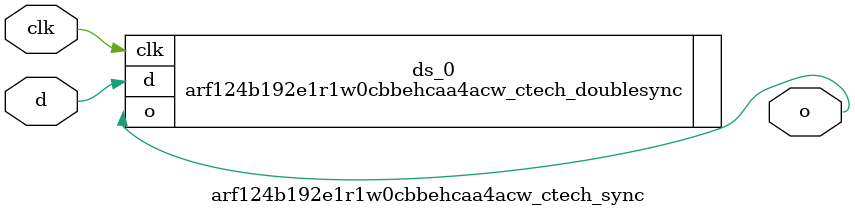
<source format=sv>

`ifndef ARF124B192E1R1W0CBBEHCAA4ACW_CTECH_SYNC_SV
`define ARF124B192E1R1W0CBBEHCAA4ACW_CTECH_SYNC_SV

module arf124b192e1r1w0cbbehcaa4acw_ctech_sync (
  input  logic  clk,
  input  logic  d,

  output logic  o
);

  arf124b192e1r1w0cbbehcaa4acw_ctech_doublesync ds_0 (.o(o), .d(d), .clk(clk));

endmodule // arf124b192e1r1w0cbbehcaa4acw_ctech_sync

`endif // ARF124B192E1R1W0CBBEHCAA4ACW_CTECH_SYNC_SV
</source>
